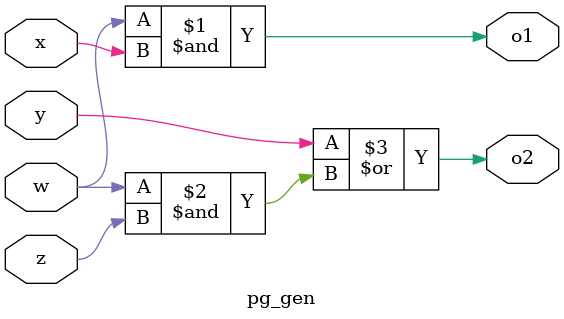
<source format=v>
`timescale 1ns / 1ps


module BK_Adder_32(Y, Cout, A, B, Cin);

    output [31:0] Y;
    //output reg Cout_reg;
    output Cout;
    input [31:0] A;
    input [31:0] B;
    input Cin;
    //input clk;
    //input rst;
    
    //reg [31:0] A_reg,B_reg;
	//reg Cin_reg;
	
	wire Cout_first;
	//wire [31:0]Y;
    wire [15:0]Y_temp1;
    wire [15:0]Y_temp2;
    wire Cout_temp1;
    wire Cout_temp2;
    
    wire [31:0] p,g;
    wire [31:0] c;
    wire [31:0] B_in; //The output of B xor Cin, to implement subtractor    // does this need to be a wire???
    
    
    assign B_in[31:0] = B ^ {32{Cin}};
      
    bk16 i1 (Y[15:0], Cout_first, A[15:0],B_in[15:0],Cin);
    bk16 i2(Y_temp1, Cout_temp1, A[31:16], B_in[31:16], 1'b0);
    bk16 i3(Y_temp2, Cout_temp2, A[31:16], B_in[31:16], 1'b1);
    
    assign Y[31:16] = Cout_first ? Y_temp2 : Y_temp1;
    assign Cout = Cout_first ? Cout_temp2 : Cout_temp1;
/*
    always@ (posedge clk or posedge rst) begin
        if (rst) begin
            A_reg <= 32'b0;		//reset register A
			B_reg <= 32'b0;		//reset register B
			Cin_reg <= 1'b0;		//reset register cin
			Y_reg <= 32'b0;				//reset Sum 
			Cout_reg <= 1'b0;			//reset Carry out
        end
        else begin
			//capturing inputs
			A_reg <= A;
			B_reg <= B;
			Cin_reg <= Cin;
			
			//update Sum and Carry out
			Y_reg <= Y;
			Cout_reg <= Cout;	
		end 
    end
*/
endmodule

module bk16(Y,cout,A,B,cin);

	//output reg [15:0] Y_reg;	//16 bit sum
	//output reg cout_reg;		//final carry out
	output [15:0] Y;
	output cout;
	input[15:0] A;		//input A
	input[15:0] B;		//input B
	input cin;			//Carry in
	//input CLK;			//Clock signal
	//input RST_N;
	
	
	//reg [15:0] A_reg,B_reg;
	//reg cin_reg;
	
	//wire [15:0]Y;
	//wire cout;
	wire [15:0] p,g; 	//initial propagate and generate signals
	wire [15:0] c;		//intermediate carry
	
	//Declaring intermediate wires for the carry tree
	wire p10,g10,p32,g32,p54,g54,p76,g76,p98,g98,p1110,g1110,p1312,g1312,p1514,g1514;
	wire p30,g30,p74,g74,p118,g118,p1512,g1512;
	wire p70,g70,p158,g158;
	wire p20,g20,p40,g40,p50,g50,p60,g60,p80,g80,p90,g90,p100,g100,p110,g110,p120,g120,p130,g130,p140,g140,p150,g150;
	
	//Generating initial level propagate and generate signals using vectorized XOR and AND
	//assign p = A_reg ^ B_reg;
	//assign g = A_reg & B_reg;
	assign p = A ^ B;
	assign g = A & B;
	
	
	//Carry propagation tree
	//Note: p10 corresponds to (P 1 down to 0), p110 corresponds (P 11 down to 0), etc.
	pg_gen i1 (p[1],p[0],g[1],g[0],p10,g10);
	pg_gen i2 (p[3],p[2],g[3],g[2],p32,g32);
	pg_gen i3 (p[5],p[4],g[5],g[4],p54,g54);
	pg_gen i4 (p[7],p[6],g[7],g[6],p76,g76);
	pg_gen i5 (p[9],p[8],g[9],g[8],p98,g98);
	pg_gen i6 (p[11],p[10],g[11],g[10],p1110,g1110);
	pg_gen i7 (p[13],p[12],g[13],g[12],p1312,g1312);
	pg_gen i8 (p[15],p[14],g[15],g[14],p1514,g1514);
	
	pg_gen i9 (p32,p10,g32,g10,p30,g30);
	pg_gen i10 (p76,p54,g76,g54,p74,g74);
	pg_gen i11 (p1110,p98,g1110,g98,p118,g118);
	pg_gen i12 (p1514,p1312,g1514,g1312,p1512,g1512);
	
	pg_gen i13 (p74,p30,g74,g30,p70,g70);
	pg_gen i14 (p1512,p118,g1512,g118,p158,g158);
	
	pg_gen i15 (p[2],p10,g[2],g10,p20,g20);
	pg_gen i16 (p[4],p30,g[4],g30,p40,g40);
	pg_gen i17 (p54,p30,g54,g30,p50,g50);
	pg_gen i18 (p[6],p50,g[6],g50,p60,g60);
	pg_gen i19 (p[8],p70,g[8],g70,p80,g80);
	pg_gen i20 (p98,p70,g98,g70,p90,g90);
	pg_gen i21 (p[10],p90,g[10],g90,p100,g100);
	pg_gen i22 (p118,p70,g118,g70,p110,g110);
	pg_gen i23 (p[12],p110,g[12],g110,p120,g120);
	pg_gen i24 (p1312,p110,g1312,g110,p130,g130);
	pg_gen i25 (p[14],p130,g[14],g130,p140,g140);
	pg_gen i26 (p158,p70,g158,g70,p150,g150);
	
	//Assigning Carry outs at each stage
	assign c[0] = g[0]| (cin & p[0]);
	assign c[1] = g10 | (cin & p10);
	assign c[2] = g20 | (cin & p20);
	assign c[3] = g30 | (cin & p30);
	assign c[4] = g40 | (cin & p40);
	assign c[5] = g50 | (cin & p50);
	assign c[6] = g60 | (cin & p60);
	assign c[7] = g70 | (cin & p70);
	assign c[8] = g80 | (cin & p80);
	assign c[9] = g90 | (cin & p90);
	assign c[10] = g100 | (cin & p100);
	assign c[11] = g110 | (cin & p110);
	assign c[12] = g120 | (cin & p120);
	assign c[13] = g130 | (cin & p130);
	assign c[14] = g140 | (cin & p140);
	assign c[15] = g150 | (cin & p150);

	assign cout = c[15];
	
	//Assigning Sum out at each stage
	assign Y[0] = p[0] ^ cin;
	assign Y[1] = p[1] ^ c[0];
	assign Y[2] = p[2] ^ c[1];
	assign Y[3] = p[3] ^ c[2];
	assign Y[4] = p[4] ^ c[3];
	assign Y[5] = p[5] ^ c[4];
	assign Y[6] = p[6] ^ c[5];
	assign Y[7] = p[7] ^ c[6];
	assign Y[8] = p[8] ^ c[7];
	assign Y[9] = p[9] ^ c[8];
	assign Y[10] = p[10] ^ c[9];
	assign Y[11] = p[11] ^ c[10];
	assign Y[12] = p[12] ^ c[11];
	assign Y[13] = p[13] ^ c[12];
	assign Y[14] = p[14] ^ c[13];
	assign Y[15] = p[15] ^ c[14];
	
endmodule
	

//Module to make p and g signals
module pg_gen(w,x,y,z,o1,o2);

	input w,x,y,z;
	output o1,o2;
	
	assign o1 = w & x;
	assign o2 = y | (w&z);
		
endmodule

</source>
